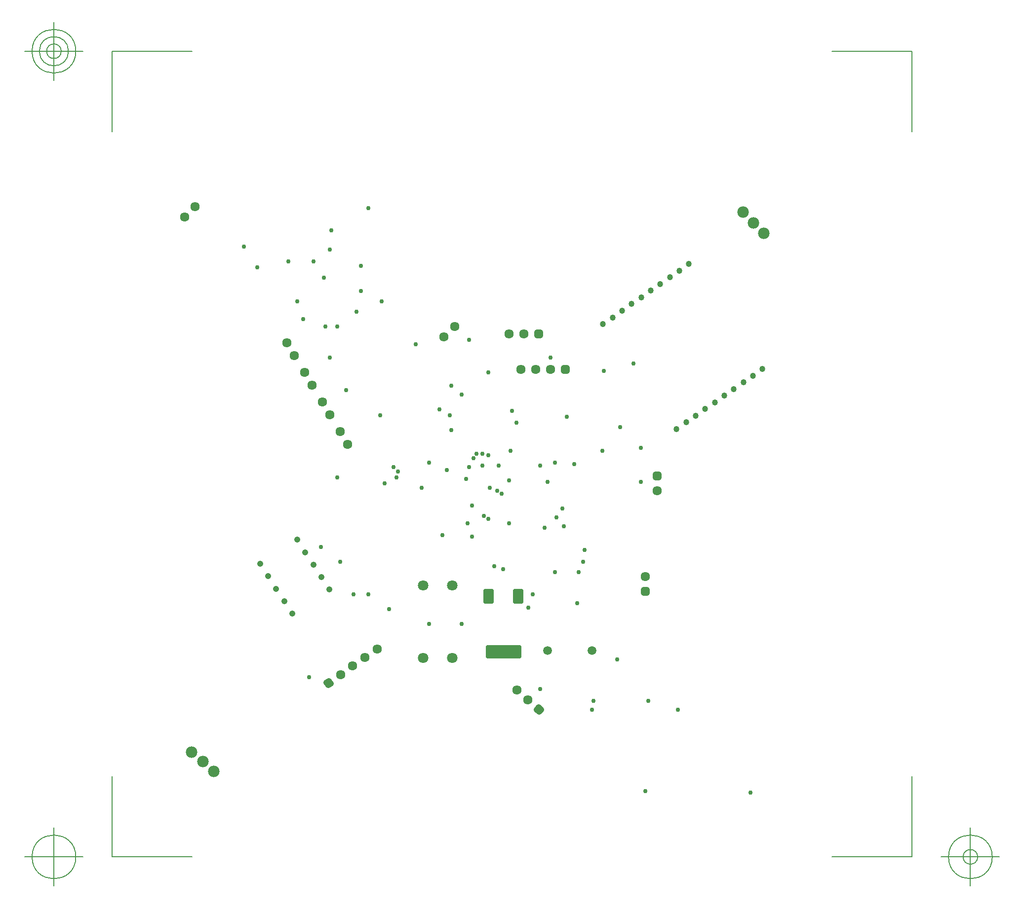
<source format=gbr>
G04 Generated by Ultiboard 11.0 *
%FSLAX25Y25*%
%MOIN*%

%ADD10C,0.00500*%
%ADD11C,0.03000*%
%ADD12C,0.06334*%
%ADD13R,0.02083X0.02083*%
%ADD14C,0.03917*%
%ADD15C,0.05937*%
%ADD16P,0.02945X4X3*%
%ADD17P,0.02945X4X80*%
%ADD18C,0.07834*%
%ADD19C,0.04100*%
%ADD20C,0.07079*%
%ADD21R,0.04666X0.07666*%
%ADD22C,0.02334*%
%ADD23R,0.21666X0.06666*%
%ADD24C,0.04047*%


G04 ColorRGB 9900CC for the following layer *
%LNSolder Mask Bottom*%
%LPD*%
%FSLAX25Y25*%
%MOIN*%
G54D10*
X-38000Y-1500D02*
X-38000Y52950D01*
X-38000Y-1500D02*
X16000Y-1500D01*
X502000Y-1500D02*
X448000Y-1500D01*
X502000Y-1500D02*
X502000Y52950D01*
X502000Y543000D02*
X502000Y488550D01*
X502000Y543000D02*
X448000Y543000D01*
X-38000Y543000D02*
X16000Y543000D01*
X-38000Y543000D02*
X-38000Y488550D01*
X-57685Y-1500D02*
X-97055Y-1500D01*
X-77370Y-21185D02*
X-77370Y18185D01*
X-92134Y-1500D02*
G75*
D01*
G02X-92134Y-1500I14764J0*
G01*
X521685Y-1500D02*
X561055Y-1500D01*
X541370Y-21185D02*
X541370Y18185D01*
X526606Y-1500D02*
G75*
D01*
G02X526606Y-1500I14764J0*
G01*
X536449Y-1500D02*
G75*
D01*
G02X536449Y-1500I4921J0*
G01*
X-57685Y543000D02*
X-97055Y543000D01*
X-77370Y523315D02*
X-77370Y562685D01*
X-92134Y543000D02*
G75*
D01*
G02X-92134Y543000I14764J0*
G01*
X-87213Y543000D02*
G75*
D01*
G02X-87213Y543000I9843J0*
G01*
X-82291Y543000D02*
G75*
D01*
G02X-82291Y543000I4921J0*
G01*
G54D11*
X251000Y263000D03*
X251000Y112000D03*
X254000Y221000D03*
X201000Y254000D03*
X146000Y251000D03*
X230000Y253000D03*
X125000Y176000D03*
X95000Y120000D03*
X103000Y208000D03*
X116000Y198000D03*
X135000Y176000D03*
X149000Y166000D03*
X149000Y166000D03*
X176000Y156000D03*
X185000Y216000D03*
X171000Y248000D03*
X198000Y156000D03*
X216000Y175000D03*
X236000Y174000D03*
X243000Y167000D03*
X246000Y176000D03*
X220000Y195000D03*
X222000Y246000D03*
X205000Y215000D03*
X205000Y236000D03*
X202000Y224000D03*
X213000Y229000D03*
X216000Y227000D03*
X217000Y248000D03*
X226000Y193000D03*
X230000Y224000D03*
X225000Y244000D03*
X127000Y367000D03*
X120000Y314000D03*
X114000Y255000D03*
X91000Y362000D03*
X87000Y374000D03*
X109000Y336000D03*
X106000Y357000D03*
X114000Y357000D03*
X51000Y411000D03*
X60000Y397000D03*
X81000Y401000D03*
X109000Y409000D03*
X105000Y390000D03*
X98000Y401000D03*
X110000Y422000D03*
X188000Y260000D03*
X190000Y297000D03*
X191000Y317000D03*
X191000Y287000D03*
X155000Y259000D03*
X152000Y262000D03*
X154000Y255000D03*
X143000Y297000D03*
X176000Y265000D03*
X183000Y301000D03*
X144000Y374000D03*
X167000Y345000D03*
X203000Y262000D03*
X206000Y268000D03*
X216000Y270000D03*
X212000Y263000D03*
X212000Y271000D03*
X208000Y271000D03*
X198000Y311000D03*
X223000Y263000D03*
X231000Y273000D03*
X235000Y292000D03*
X232000Y300000D03*
X203000Y348000D03*
X216000Y326000D03*
X130000Y381000D03*
X130000Y398000D03*
X135000Y437000D03*
X256000Y252000D03*
X319000Y252000D03*
X286000Y98000D03*
X287000Y104000D03*
X322000Y43000D03*
X344000Y98000D03*
X324000Y104000D03*
X277000Y191000D03*
X261000Y191000D03*
X276000Y170000D03*
X303000Y132000D03*
X281000Y206000D03*
X267000Y222000D03*
X280000Y198000D03*
X266000Y234000D03*
X262000Y228000D03*
X393000Y42000D03*
X314000Y332000D03*
X261000Y265000D03*
X274000Y264000D03*
X269000Y296000D03*
X293000Y273000D03*
X305000Y289000D03*
X258000Y336000D03*
X294000Y327000D03*
X319000Y275000D03*
G54D12*
X18000Y438000D03*
X10929Y430929D03*
X240000Y352000D03*
X230000Y352000D03*
X248000Y328000D03*
X238000Y328000D03*
X258000Y328000D03*
X235137Y111383D03*
X242569Y104691D03*
X124383Y127472D03*
X116192Y121736D03*
X140766Y138943D03*
X132575Y133207D03*
X121000Y277340D03*
X116000Y286000D03*
X97000Y317340D03*
X92000Y326000D03*
X109000Y297340D03*
X104000Y306000D03*
X80000Y346000D03*
X85000Y337340D03*
X193071Y357071D03*
X186000Y350000D03*
X330000Y246000D03*
X322000Y188000D03*
G54D13*
X250000Y352000D03*
X268000Y328000D03*
X330000Y256000D03*
X322000Y178000D03*
G54D14*
X248959Y350959D02*
X251041Y350959D01*
X251041Y353041D01*
X248959Y353041D01*
X248959Y350959D01*D02*
X266959Y326959D02*
X269041Y326959D01*
X269041Y329041D01*
X266959Y329041D01*
X266959Y326959D01*D02*
X251471Y98077D02*
X249923Y99471D01*
X248529Y97923D01*
X250077Y96529D01*
X251471Y98077D01*D02*
X107744Y114549D02*
X109451Y115744D01*
X108256Y117451D01*
X106549Y116256D01*
X107744Y114549D01*D02*
X328959Y254959D02*
X331041Y254959D01*
X331041Y257041D01*
X328959Y257041D01*
X328959Y254959D01*D02*
X320959Y176959D02*
X323041Y176959D01*
X323041Y179041D01*
X320959Y179041D01*
X320959Y176959D01*D02*
G54D15*
X285921Y138000D03*
X256000Y138000D03*
G54D16*
X250000Y98000D03*
G54D17*
X108000Y116000D03*
G54D18*
X23160Y62846D03*
X15613Y69406D03*
X30707Y56285D03*
X387858Y434142D03*
X402000Y420000D03*
X394929Y427071D03*
G54D19*
X61806Y196542D03*
X67253Y188155D03*
X103239Y187678D03*
X78145Y171382D03*
X72699Y179768D03*
X83592Y162995D03*
X108686Y179291D03*
X97793Y196065D03*
X92347Y204451D03*
X86900Y212838D03*
G54D20*
X191685Y132787D03*
X191685Y182000D03*
X172000Y132787D03*
X172000Y182000D03*
G54D21*
X216000Y174750D03*
X236000Y174750D03*
G54D22*
X213667Y170917D02*
X218333Y170917D01*
X218333Y178583D01*
X213667Y178583D01*
X213667Y170917D01*D02*
X233667Y170917D02*
X238333Y170917D01*
X238333Y178583D01*
X233667Y178583D01*
X233667Y170917D01*D02*
X215167Y133917D02*
X236833Y133917D01*
X236833Y140583D01*
X215167Y140583D01*
X215167Y133917D01*D02*
G54D23*
X226000Y137250D03*
G54D24*
X381696Y314726D03*
X375246Y310210D03*
X319116Y376643D03*
X325566Y381160D03*
X312666Y372127D03*
X299766Y363094D03*
X293316Y358578D03*
X306216Y367611D03*
X342996Y287628D03*
X349446Y292144D03*
X362346Y301177D03*
X355896Y296660D03*
X368796Y305693D03*
X344916Y394709D03*
X332016Y385676D03*
X338466Y390192D03*
X351366Y399225D03*
X394596Y323759D03*
X388146Y319242D03*
X401046Y328275D03*

M00*

</source>
